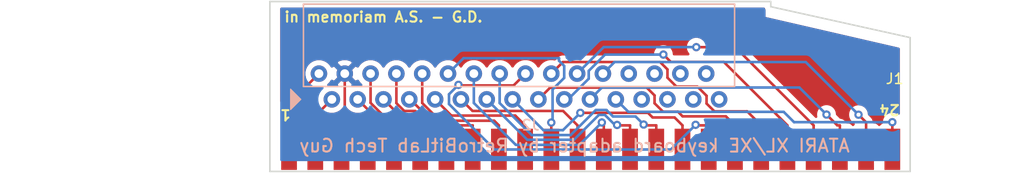
<source format=kicad_pcb>
(kicad_pcb (version 20171130) (host pcbnew 5.1.9+dfsg1-1~bpo10+1)

  (general
    (thickness 1.6)
    (drawings 15)
    (tracks 159)
    (zones 0)
    (modules 2)
    (nets 33)
  )

  (page A4)
  (title_block
    (title "ATARI XE Keyboard Adapter")
    (date 2020-10-11)
    (rev 1.0)
    (company "RetroBitLab Tech Guy")
    (comment 1 "Keep PCB as small as possible")
  )

  (layers
    (0 F.Cu signal)
    (31 B.Cu signal)
    (32 B.Adhes user)
    (33 F.Adhes user)
    (34 B.Paste user)
    (35 F.Paste user)
    (36 B.SilkS user)
    (37 F.SilkS user)
    (38 B.Mask user)
    (39 F.Mask user)
    (40 Dwgs.User user)
    (41 Cmts.User user)
    (42 Eco1.User user)
    (43 Eco2.User user)
    (44 Edge.Cuts user)
    (45 Margin user)
    (46 B.CrtYd user)
    (47 F.CrtYd user)
    (48 B.Fab user)
    (49 F.Fab user)
  )

  (setup
    (last_trace_width 0.25)
    (trace_clearance 0.2)
    (zone_clearance 0.508)
    (zone_45_only no)
    (trace_min 0.2)
    (via_size 0.8)
    (via_drill 0.4)
    (via_min_size 0.4)
    (via_min_drill 0.3)
    (uvia_size 0.3)
    (uvia_drill 0.1)
    (uvias_allowed no)
    (uvia_min_size 0.2)
    (uvia_min_drill 0.1)
    (edge_width 0.15)
    (segment_width 0.2)
    (pcb_text_width 0.3)
    (pcb_text_size 1.5 1.5)
    (mod_edge_width 0.15)
    (mod_text_size 1 1)
    (mod_text_width 0.15)
    (pad_size 1.524 1.524)
    (pad_drill 0.762)
    (pad_to_mask_clearance 0)
    (aux_axis_origin 0 0)
    (visible_elements FFFFFF7F)
    (pcbplotparams
      (layerselection 0x010fc_ffffffff)
      (usegerberextensions true)
      (usegerberattributes false)
      (usegerberadvancedattributes false)
      (creategerberjobfile false)
      (excludeedgelayer true)
      (linewidth 0.100000)
      (plotframeref false)
      (viasonmask true)
      (mode 1)
      (useauxorigin false)
      (hpglpennumber 1)
      (hpglpenspeed 20)
      (hpglpendiameter 15.000000)
      (psnegative false)
      (psa4output false)
      (plotreference true)
      (plotvalue true)
      (plotinvisibletext false)
      (padsonsilk false)
      (subtractmaskfromsilk false)
      (outputformat 1)
      (mirror false)
      (drillshape 0)
      (scaleselection 1)
      (outputdirectory "production/"))
  )

  (net 0 "")
  (net 1 VCC)
  (net 2 J_LED)
  (net 3 GND)
  (net 4 IN_6)
  (net 5 OUT_3)
  (net 6 OUT_5)
  (net 7 OUT_7)
  (net 8 IN_2)
  (net 9 IN_7)
  (net 10 IN_5)
  (net 11 IN_1)
  (net 12 OUT_6)
  (net 13 OUT_1)
  (net 14 OUT_4)
  (net 15 OUT_2)
  (net 16 IN_3)
  (net 17 IN_0)
  (net 18 OUT_0)
  (net 19 IN_4)
  (net 20 RSC)
  (net 21 START)
  (net 22 SELECT)
  (net 23 OPTION)
  (net 24 RESET)
  (net 25 "Net-(J2-Pad25)")
  (net 26 "Net-(J2-Pad26)")
  (net 27 "Net-(J2-Pad27)")
  (net 28 "Net-(J2-Pad28)")
  (net 29 "Net-(J2-Pad29)")
  (net 30 "Net-(J2-Pad30)")
  (net 31 "Net-(J2-Pad31)")
  (net 32 "Net-(J2-Pad32)")

  (net_class Default "This is the default net class."
    (clearance 0.2)
    (trace_width 0.25)
    (via_dia 0.8)
    (via_drill 0.4)
    (uvia_dia 0.3)
    (uvia_drill 0.1)
    (add_net GND)
    (add_net IN_0)
    (add_net IN_1)
    (add_net IN_2)
    (add_net IN_3)
    (add_net IN_4)
    (add_net IN_5)
    (add_net IN_6)
    (add_net IN_7)
    (add_net J_LED)
    (add_net "Net-(J2-Pad25)")
    (add_net "Net-(J2-Pad26)")
    (add_net "Net-(J2-Pad27)")
    (add_net "Net-(J2-Pad28)")
    (add_net "Net-(J2-Pad29)")
    (add_net "Net-(J2-Pad30)")
    (add_net "Net-(J2-Pad31)")
    (add_net "Net-(J2-Pad32)")
    (add_net OPTION)
    (add_net OUT_0)
    (add_net OUT_1)
    (add_net OUT_2)
    (add_net OUT_3)
    (add_net OUT_4)
    (add_net OUT_5)
    (add_net OUT_6)
    (add_net OUT_7)
    (add_net RESET)
    (add_net RSC)
    (add_net SELECT)
    (add_net START)
    (add_net VCC)
  )

  (module RetroBitLab:ATARI_XE_KEYBOARD_CONN_01x24_2.54mm (layer F.Cu) (tedit 5FB8E01A) (tstamp 5F9ADF84)
    (at 142.795 108.58)
    (descr "PCIexpress Bus Edge Connector")
    (tags "PCIexpress Bus Edge Connector")
    (path /5F832F4F)
    (attr virtual)
    (fp_text reference J1 (at 30.705 -5.58) (layer F.SilkS)
      (effects (font (size 1 1) (thickness 0.15)))
    )
    (fp_text value Conn_01x24 (at 0 -7.62) (layer F.Fab)
      (effects (font (size 1 1) (thickness 0.15)))
    )
    (fp_line (start -30.48 3.81) (end -30.48 -1.27) (layer F.CrtYd) (width 0.15))
    (fp_line (start 33.02 3.81) (end -30.48 3.81) (layer F.CrtYd) (width 0.15))
    (fp_line (start 33.02 -1.27) (end -30.48 -1.27) (layer F.CrtYd) (width 0.15))
    (fp_line (start 33.02 -1.27) (end 33.02 3.81) (layer F.CrtYd) (width 0.15))
    (pad 24 connect rect (at 30.48 1.27) (size 1.524 4) (layers F.Cu F.Mask)
      (net 24 RESET))
    (pad 23 connect rect (at 27.94 1.27) (size 1.524 4) (layers F.Cu F.Mask)
      (net 23 OPTION))
    (pad 22 connect rect (at 25.4 1.27) (size 1.524 4) (layers F.Cu F.Mask)
      (net 22 SELECT))
    (pad 21 connect rect (at 22.86 1.27) (size 1.524 4) (layers F.Cu F.Mask)
      (net 21 START))
    (pad 20 connect rect (at 20.32 1.27) (size 1.524 4) (layers F.Cu F.Mask)
      (net 20 RSC))
    (pad 19 connect rect (at 17.78 1.27) (size 1.524 4) (layers F.Cu F.Mask)
      (net 19 IN_4))
    (pad 18 connect rect (at 15.24 1.27) (size 1.524 4) (layers F.Cu F.Mask)
      (net 18 OUT_0))
    (pad 17 connect rect (at 12.7 1.27) (size 1.524 4) (layers F.Cu F.Mask)
      (net 17 IN_0))
    (pad 16 connect rect (at 10.16 1.27) (size 1.524 4) (layers F.Cu F.Mask)
      (net 16 IN_3))
    (pad 15 connect rect (at 7.62 1.27) (size 1.524 4) (layers F.Cu F.Mask)
      (net 15 OUT_2))
    (pad 14 connect rect (at 5.08 1.27) (size 1.524 4) (layers F.Cu F.Mask)
      (net 14 OUT_4))
    (pad 13 connect rect (at 2.54 1.27) (size 1.524 4) (layers F.Cu F.Mask)
      (net 13 OUT_1))
    (pad 12 connect rect (at 0 1.27) (size 1.524 4) (layers F.Cu F.Mask)
      (net 12 OUT_6))
    (pad 11 connect rect (at -2.54 1.27) (size 1.524 4) (layers F.Cu F.Mask)
      (net 11 IN_1))
    (pad 10 connect rect (at -5.08 1.27) (size 1.524 4) (layers F.Cu F.Mask)
      (net 10 IN_5))
    (pad 9 connect rect (at -7.62 1.27) (size 1.524 4) (layers F.Cu F.Mask)
      (net 9 IN_7))
    (pad 8 connect rect (at -10.16 1.27) (size 1.524 4) (layers F.Cu F.Mask)
      (net 8 IN_2))
    (pad 7 connect rect (at -12.7 1.27) (size 1.524 4) (layers F.Cu F.Mask)
      (net 7 OUT_7))
    (pad 6 connect rect (at -15.24 1.27) (size 1.524 4) (layers F.Cu F.Mask)
      (net 6 OUT_5))
    (pad 5 connect rect (at -17.78 1.27) (size 1.524 4) (layers F.Cu F.Mask)
      (net 5 OUT_3))
    (pad 4 connect rect (at -20.32 1.27) (size 1.524 4) (layers F.Cu F.Mask)
      (net 4 IN_6))
    (pad 3 connect rect (at -22.86 1.27) (size 1.524 4) (layers F.Cu F.Mask)
      (net 3 GND))
    (pad 2 connect rect (at -25.4 1.27) (size 1.524 4) (layers F.Cu F.Mask)
      (net 2 J_LED))
    (pad 1 connect rect (at -27.94 1.27) (size 1.524 4) (layers F.Cu F.Mask)
      (net 1 VCC))
  )

  (module RetroBitLab:FFC-1.25mm-RA-5204403245 (layer B.Cu) (tedit 601F0CEA) (tstamp 601F8A59)
    (at 137.75 103.75)
    (path /601FF20D)
    (fp_text reference J2 (at 0.5 3.75) (layer B.SilkS)
      (effects (font (size 1 1) (thickness 0.15)) (justify mirror))
    )
    (fp_text value Conn_01x32 (at 0 -5.25) (layer B.Fab)
      (effects (font (size 1 1) (thickness 0.15)) (justify mirror))
    )
    (fp_line (start -21.5 0) (end -21.5 -8) (layer B.SilkS) (width 0.15))
    (fp_line (start -21.5 -8) (end 20.25 -8) (layer B.SilkS) (width 0.15))
    (fp_line (start 20.25 -8) (end 20.25 0) (layer B.SilkS) (width 0.15))
    (fp_line (start 20.25 0) (end -21.5 0) (layer B.SilkS) (width 0.15))
    (pad 1 thru_hole circle (at -20 -1.25) (size 1.6 1.6) (drill 0.85) (layers *.Cu *.Mask)
      (net 1 VCC))
    (pad 2 thru_hole circle (at -18.75 1.25) (size 1.6 1.6) (drill 0.85) (layers *.Cu *.Mask)
      (net 2 J_LED))
    (pad 3 thru_hole circle (at -17.5 -1.25) (size 1.6 1.6) (drill 0.85) (layers *.Cu *.Mask)
      (net 3 GND))
    (pad 4 thru_hole circle (at -16.25 1.25) (size 1.6 1.6) (drill 0.85) (layers *.Cu *.Mask)
      (net 4 IN_6))
    (pad 5 thru_hole circle (at -15 -1.25) (size 1.6 1.6) (drill 0.85) (layers *.Cu *.Mask)
      (net 5 OUT_3))
    (pad 6 thru_hole circle (at -13.75 1.25) (size 1.6 1.6) (drill 0.85) (layers *.Cu *.Mask)
      (net 6 OUT_5))
    (pad 7 thru_hole circle (at -12.5 -1.25) (size 1.6 1.6) (drill 0.85) (layers *.Cu *.Mask)
      (net 7 OUT_7))
    (pad 8 thru_hole circle (at -11.25 1.25) (size 1.6 1.6) (drill 0.85) (layers *.Cu *.Mask)
      (net 8 IN_2))
    (pad 9 thru_hole circle (at -10 -1.25) (size 1.6 1.6) (drill 0.85) (layers *.Cu *.Mask)
      (net 9 IN_7))
    (pad 10 thru_hole circle (at -8.75 1.25) (size 1.6 1.6) (drill 0.85) (layers *.Cu *.Mask)
      (net 10 IN_5))
    (pad 11 thru_hole circle (at -7.5 -1.25) (size 1.6 1.6) (drill 0.85) (layers *.Cu *.Mask)
      (net 11 IN_1))
    (pad 12 thru_hole circle (at -6.25 1.25) (size 1.6 1.6) (drill 0.85) (layers *.Cu *.Mask)
      (net 12 OUT_6))
    (pad 13 thru_hole circle (at -5 -1.25) (size 1.6 1.6) (drill 0.85) (layers *.Cu *.Mask)
      (net 13 OUT_1))
    (pad 14 thru_hole circle (at -3.75 1.25) (size 1.6 1.6) (drill 0.85) (layers *.Cu *.Mask)
      (net 14 OUT_4))
    (pad 15 thru_hole circle (at -2.5 -1.25) (size 1.6 1.6) (drill 0.85) (layers *.Cu *.Mask)
      (net 15 OUT_2))
    (pad 16 thru_hole circle (at -1.25 1.25) (size 1.6 1.6) (drill 0.85) (layers *.Cu *.Mask)
      (net 16 IN_3))
    (pad 17 thru_hole circle (at 0 -1.25) (size 1.6 1.6) (drill 0.85) (layers *.Cu *.Mask)
      (net 17 IN_0))
    (pad 18 thru_hole circle (at 1.25 1.25) (size 1.6 1.6) (drill 0.85) (layers *.Cu *.Mask)
      (net 18 OUT_0))
    (pad 19 thru_hole circle (at 2.5 -1.25) (size 1.6 1.6) (drill 0.85) (layers *.Cu *.Mask)
      (net 19 IN_4))
    (pad 20 thru_hole circle (at 3.75 1.25) (size 1.6 1.6) (drill 0.85) (layers *.Cu *.Mask)
      (net 20 RSC))
    (pad 21 thru_hole circle (at 5 -1.25) (size 1.6 1.6) (drill 0.85) (layers *.Cu *.Mask)
      (net 21 START))
    (pad 22 thru_hole circle (at 6.25 1.25) (size 1.6 1.6) (drill 0.85) (layers *.Cu *.Mask)
      (net 22 SELECT))
    (pad 23 thru_hole circle (at 7.5 -1.25) (size 1.6 1.6) (drill 0.85) (layers *.Cu *.Mask)
      (net 23 OPTION))
    (pad 24 thru_hole circle (at 8.75 1.25) (size 1.6 1.6) (drill 0.85) (layers *.Cu *.Mask)
      (net 24 RESET))
    (pad 25 thru_hole circle (at 10 -1.25) (size 1.6 1.6) (drill 0.85) (layers *.Cu *.Mask)
      (net 25 "Net-(J2-Pad25)"))
    (pad 26 thru_hole circle (at 11.25 1.25) (size 1.6 1.6) (drill 0.85) (layers *.Cu *.Mask)
      (net 26 "Net-(J2-Pad26)"))
    (pad 27 thru_hole circle (at 12.5 -1.25) (size 1.6 1.6) (drill 0.85) (layers *.Cu *.Mask)
      (net 27 "Net-(J2-Pad27)"))
    (pad 28 thru_hole circle (at 13.75 1.25) (size 1.6 1.6) (drill 0.85) (layers *.Cu *.Mask)
      (net 28 "Net-(J2-Pad28)"))
    (pad 29 thru_hole circle (at 15 -1.25) (size 1.6 1.6) (drill 0.85) (layers *.Cu *.Mask)
      (net 29 "Net-(J2-Pad29)"))
    (pad 30 thru_hole circle (at 16.25 1.25) (size 1.6 1.6) (drill 0.85) (layers *.Cu *.Mask)
      (net 30 "Net-(J2-Pad30)"))
    (pad 31 thru_hole circle (at 17.5 -1.25) (size 1.6 1.6) (drill 0.85) (layers *.Cu *.Mask)
      (net 31 "Net-(J2-Pad31)"))
    (pad 32 thru_hole circle (at 18.75 1.25) (size 1.6 1.6) (drill 0.85) (layers *.Cu *.Mask)
      (net 32 "Net-(J2-Pad32)"))
    (model /home/debian/Progetti/RetroBitLab-Library/RetroBitLab.3dshapes/520443245.stp
      (offset (xyz -0.5 -3.6 0))
      (scale (xyz 1 1 1))
      (rotate (xyz -90 0 0))
    )
  )

  (gr_poly (pts (xy 116 105) (xy 115 106) (xy 115 104)) (layer B.SilkS) (width 0.1))
  (gr_text 1 (at 114.5 106.5 180) (layer F.SilkS) (tstamp 5FB95D15)
    (effects (font (size 1 1) (thickness 0.2)))
  )
  (gr_text 24 (at 173 106 180) (layer F.SilkS)
    (effects (font (size 1 1) (thickness 0.2)))
  )
  (dimension 8 (width 0.3) (layer Margin)
    (gr_text "8.000 mm" (at 92.4 108 90) (layer Margin)
      (effects (font (size 1.5 1.5) (thickness 0.3)))
    )
    (feature1 (pts (xy 113 104) (xy 93.913579 104)))
    (feature2 (pts (xy 113 112) (xy 93.913579 112)))
    (crossbar (pts (xy 94.5 112) (xy 94.5 104)))
    (arrow1a (pts (xy 94.5 104) (xy 95.086421 105.126504)))
    (arrow1b (pts (xy 94.5 104) (xy 93.913579 105.126504)))
    (arrow2a (pts (xy 94.5 112) (xy 95.086421 110.873496)))
    (arrow2b (pts (xy 94.5 112) (xy 93.913579 110.873496)))
  )
  (dimension 4 (width 0.3) (layer Margin)
    (gr_text "4.000 mm" (at 104.4 110 90) (layer Margin)
      (effects (font (size 1.5 1.5) (thickness 0.3)))
    )
    (feature1 (pts (xy 113.5 108) (xy 105.913579 108)))
    (feature2 (pts (xy 113.5 112) (xy 105.913579 112)))
    (crossbar (pts (xy 106.5 112) (xy 106.5 108)))
    (arrow1a (pts (xy 106.5 108) (xy 107.086421 109.126504)))
    (arrow1b (pts (xy 106.5 108) (xy 105.913579 109.126504)))
    (arrow2a (pts (xy 106.5 112) (xy 107.086421 110.873496)))
    (arrow2b (pts (xy 106.5 112) (xy 105.913579 110.873496)))
  )
  (gr_line (start 113 95.5) (end 113 112) (layer Edge.Cuts) (width 0.15))
  (gr_line (start 161.5 95.5) (end 113 95.5) (layer Edge.Cuts) (width 0.15))
  (gr_line (start 161.5 96) (end 161.5 95.5) (layer Edge.Cuts) (width 0.15))
  (gr_line (start 175 99) (end 161.5 96) (layer Edge.Cuts) (width 0.15))
  (gr_line (start 175 112) (end 175 99) (layer Edge.Cuts) (width 0.15))
  (gr_line (start 113 112) (end 175 112) (layer Edge.Cuts) (width 0.15))
  (dimension 16.5 (width 0.3) (layer Margin)
    (gr_text "16.500 mm" (at 99.9 103.75 90) (layer Margin)
      (effects (font (size 1.5 1.5) (thickness 0.3)))
    )
    (feature1 (pts (xy 113.5 95.5) (xy 101.413579 95.5)))
    (feature2 (pts (xy 113.5 112) (xy 101.413579 112)))
    (crossbar (pts (xy 102 112) (xy 102 95.5)))
    (arrow1a (pts (xy 102 95.5) (xy 102.586421 96.626504)))
    (arrow1b (pts (xy 102 95.5) (xy 101.413579 96.626504)))
    (arrow2a (pts (xy 102 112) (xy 102.586421 110.873496)))
    (arrow2b (pts (xy 102 112) (xy 101.413579 110.873496)))
  )
  (dimension 13 (width 0.3) (layer Margin)
    (gr_text "13.000 mm" (at 184.1 105.5 90) (layer Margin)
      (effects (font (size 1.5 1.5) (thickness 0.3)))
    )
    (feature1 (pts (xy 176 99) (xy 182.586421 99)))
    (feature2 (pts (xy 176 112) (xy 182.586421 112)))
    (crossbar (pts (xy 182 112) (xy 182 99)))
    (arrow1a (pts (xy 182 99) (xy 182.586421 100.126504)))
    (arrow1b (pts (xy 182 99) (xy 181.413579 100.126504)))
    (arrow2a (pts (xy 182 112) (xy 182.586421 110.873496)))
    (arrow2b (pts (xy 182 112) (xy 181.413579 110.873496)))
  )
  (gr_text "in memoriam A.S. - G.D." (at 124 97) (layer F.SilkS) (tstamp 5FB90ABE)
    (effects (font (size 1 1) (thickness 0.2)))
  )
  (gr_text "ATARI XL/XE keyboard adapter by RetroBitLab Tech Guy" (at 142.5 109.5) (layer B.SilkS)
    (effects (font (size 1.25 1.25) (thickness 0.2)) (justify mirror))
  )

  (segment (start 117.75 102.5) (end 114.855 105.395) (width 0.25) (layer F.Cu) (net 1))
  (segment (start 114.855 105.395) (end 114.855 109.85) (width 0.25) (layer F.Cu) (net 1))
  (segment (start 119 105) (end 117.395 106.605) (width 0.25) (layer F.Cu) (net 2))
  (segment (start 117.395 106.605) (end 117.395 109.85) (width 0.25) (layer F.Cu) (net 2))
  (segment (start 119.935 109.85) (end 119.935 107.5247) (width 0.25) (layer F.Cu) (net 3))
  (segment (start 120.25 102.5) (end 120.25 107.2097) (width 0.25) (layer F.Cu) (net 3))
  (segment (start 120.25 107.2097) (end 119.935 107.5247) (width 0.25) (layer F.Cu) (net 3))
  (segment (start 121.5 105) (end 122.475 105.975) (width 0.25) (layer F.Cu) (net 4))
  (segment (start 122.475 105.975) (end 122.475 109.85) (width 0.25) (layer F.Cu) (net 4))
  (segment (start 125.015 109.85) (end 125.015 107.5247) (width 0.25) (layer F.Cu) (net 5))
  (segment (start 122.75 102.5) (end 122.75 105.3415) (width 0.25) (layer F.Cu) (net 5))
  (segment (start 122.75 105.3415) (end 124.9332 107.5247) (width 0.25) (layer F.Cu) (net 5))
  (segment (start 124.9332 107.5247) (end 125.015 107.5247) (width 0.25) (layer F.Cu) (net 5))
  (segment (start 127.555 109.85) (end 127.555 107.5247) (width 0.25) (layer F.Cu) (net 6))
  (segment (start 124 105) (end 126.5247 107.5247) (width 0.25) (layer F.Cu) (net 6))
  (segment (start 126.5247 107.5247) (end 127.555 107.5247) (width 0.25) (layer F.Cu) (net 6))
  (segment (start 125.25 102.5) (end 125.25 105.3657) (width 0.25) (layer F.Cu) (net 7))
  (segment (start 125.25 105.3657) (end 126.0097 106.1254) (width 0.25) (layer F.Cu) (net 7))
  (segment (start 126.0097 106.1254) (end 127.0818 106.1254) (width 0.25) (layer F.Cu) (net 7))
  (segment (start 127.0818 106.1254) (end 130.095 109.1386) (width 0.25) (layer F.Cu) (net 7))
  (segment (start 130.095 109.1386) (end 130.095 109.85) (width 0.25) (layer F.Cu) (net 7))
  (segment (start 132.635 109.85) (end 132.635 107.5247) (width 0.25) (layer F.Cu) (net 8))
  (segment (start 126.5 105) (end 126.5934 105) (width 0.25) (layer F.Cu) (net 8))
  (segment (start 126.5934 105) (end 129.1181 107.5247) (width 0.25) (layer F.Cu) (net 8))
  (segment (start 129.1181 107.5247) (end 132.635 107.5247) (width 0.25) (layer F.Cu) (net 8))
  (segment (start 135.175 107.5247) (end 134.7247 107.0744) (width 0.25) (layer F.Cu) (net 9))
  (segment (start 134.7247 107.0744) (end 129.4709 107.0744) (width 0.25) (layer F.Cu) (net 9))
  (segment (start 129.4709 107.0744) (end 127.75 105.3535) (width 0.25) (layer F.Cu) (net 9))
  (segment (start 127.75 105.3535) (end 127.75 102.5) (width 0.25) (layer F.Cu) (net 9))
  (segment (start 135.175 109.85) (end 135.175 107.5247) (width 0.25) (layer F.Cu) (net 9))
  (segment (start 137.715 109.85) (end 137.715 107.5247) (width 0.25) (layer F.Cu) (net 10))
  (segment (start 129 105) (end 130.5757 106.5757) (width 0.25) (layer F.Cu) (net 10))
  (segment (start 130.5757 106.5757) (end 136.766 106.5757) (width 0.25) (layer F.Cu) (net 10))
  (segment (start 136.766 106.5757) (end 137.715 107.5247) (width 0.25) (layer F.Cu) (net 10))
  (segment (start 140.25 107.25) (end 140.25 109.845) (width 0.25) (layer F.Cu) (net 11))
  (segment (start 140.25 109.845) (end 140.255 109.85) (width 0.25) (layer F.Cu) (net 11))
  (segment (start 130.25 102.5) (end 131.75 101) (width 0.25) (layer B.Cu) (net 11))
  (segment (start 131.75 101) (end 141 101) (width 0.25) (layer B.Cu) (net 11))
  (segment (start 141 101) (end 141 101.25) (width 0.25) (layer B.Cu) (net 11))
  (segment (start 141 101.25) (end 141.5 101.75) (width 0.25) (layer B.Cu) (net 11))
  (segment (start 141.5 101.75) (end 141.5 102.915) (width 0.25) (layer B.Cu) (net 11))
  (segment (start 141.5 102.915) (end 140.375 104.04) (width 0.25) (layer B.Cu) (net 11))
  (segment (start 140.375 104.04) (end 140.375 107.125) (width 0.25) (layer B.Cu) (net 11))
  (segment (start 140.375 107.125) (end 140.25 107.25) (width 0.25) (layer B.Cu) (net 11))
  (via (at 140.25 107.25) (size 0.8) (layers F.Cu B.Cu) (net 11))
  (segment (start 142.795 109.85) (end 142.795 107.5247) (width 0.25) (layer F.Cu) (net 12))
  (segment (start 131.5 105) (end 132.6253 106.1253) (width 0.25) (layer F.Cu) (net 12))
  (segment (start 132.6253 106.1253) (end 141.3956 106.1253) (width 0.25) (layer F.Cu) (net 12))
  (segment (start 141.3956 106.1253) (end 142.795 107.5247) (width 0.25) (layer F.Cu) (net 12))
  (segment (start 132.75 102.5) (end 132.75 105.354) (width 0.25) (layer B.Cu) (net 13))
  (segment (start 132.75 105.354) (end 136.8129 109.4169) (width 0.25) (layer B.Cu) (net 13))
  (segment (start 136.8129 109.4169) (end 142.9741 109.4169) (width 0.25) (layer B.Cu) (net 13))
  (segment (start 142.9741 109.4169) (end 145.1457 107.2453) (width 0.25) (layer B.Cu) (net 13))
  (segment (start 145.335 109.85) (end 145.335 107.4346) (width 0.25) (layer F.Cu) (net 13))
  (segment (start 145.335 107.4346) (end 145.1457 107.2453) (width 0.25) (layer F.Cu) (net 13))
  (via (at 145.1457 107.2453) (size 0.8) (layers F.Cu B.Cu) (net 13))
  (segment (start 134 105) (end 137.9218 108.9218) (width 0.25) (layer B.Cu) (net 14))
  (segment (start 137.9218 108.9218) (end 142.4433 108.9218) (width 0.25) (layer B.Cu) (net 14))
  (segment (start 142.4433 108.9218) (end 144.8568 106.5083) (width 0.25) (layer B.Cu) (net 14))
  (segment (start 144.8568 106.5083) (end 145.4347 106.5083) (width 0.25) (layer B.Cu) (net 14))
  (segment (start 145.4347 106.5083) (end 146.4101 107.4837) (width 0.25) (layer B.Cu) (net 14))
  (segment (start 146.4101 107.4837) (end 146.6223 107.4837) (width 0.25) (layer B.Cu) (net 14))
  (segment (start 146.6223 107.4837) (end 146.6223 107.4838) (width 0.25) (layer B.Cu) (net 14))
  (segment (start 147.875 107.5247) (end 146.6632 107.5247) (width 0.25) (layer F.Cu) (net 14))
  (segment (start 146.6632 107.5247) (end 146.6223 107.4838) (width 0.25) (layer F.Cu) (net 14))
  (segment (start 147.875 109.85) (end 147.875 107.5247) (width 0.25) (layer F.Cu) (net 14))
  (via (at 146.6223 107.4838) (size 0.8) (layers F.Cu B.Cu) (net 14))
  (segment (start 149.1943 107.4431) (end 149.2759 107.5247) (width 0.25) (layer F.Cu) (net 15))
  (segment (start 149.2759 107.5247) (end 150.415 107.5247) (width 0.25) (layer F.Cu) (net 15))
  (segment (start 135.25 102.5) (end 135.25 105.361) (width 0.25) (layer B.Cu) (net 15))
  (segment (start 135.25 105.361) (end 138.3557 108.4667) (width 0.25) (layer B.Cu) (net 15))
  (segment (start 138.3557 108.4667) (end 142.1249 108.4667) (width 0.25) (layer B.Cu) (net 15))
  (segment (start 142.1249 108.4667) (end 144.5639 106.0277) (width 0.25) (layer B.Cu) (net 15))
  (segment (start 144.5639 106.0277) (end 145.591 106.0277) (width 0.25) (layer B.Cu) (net 15))
  (segment (start 145.591 106.0277) (end 146.2254 106.6621) (width 0.25) (layer B.Cu) (net 15))
  (segment (start 146.2254 106.6621) (end 148.4133 106.6621) (width 0.25) (layer B.Cu) (net 15))
  (segment (start 148.4133 106.6621) (end 149.1943 107.4431) (width 0.25) (layer B.Cu) (net 15))
  (segment (start 150.415 109.85) (end 150.415 107.5247) (width 0.25) (layer F.Cu) (net 15))
  (via (at 149.1943 107.4431) (size 0.8) (layers F.Cu B.Cu) (net 15))
  (segment (start 143.0623 106.3093) (end 141.3846 107.987) (width 0.25) (layer B.Cu) (net 16))
  (segment (start 141.3846 107.987) (end 139.487 107.987) (width 0.25) (layer B.Cu) (net 16))
  (segment (start 139.487 107.987) (end 136.5 105) (width 0.25) (layer B.Cu) (net 16))
  (segment (start 143.0623 106.3093) (end 149.6132 106.3093) (width 0.25) (layer F.Cu) (net 16))
  (segment (start 149.6132 106.3093) (end 150.0635 106.7596) (width 0.25) (layer F.Cu) (net 16))
  (segment (start 150.0635 106.7596) (end 152.1899 106.7596) (width 0.25) (layer F.Cu) (net 16))
  (segment (start 152.1899 106.7596) (end 152.955 107.5247) (width 0.25) (layer F.Cu) (net 16))
  (segment (start 152.955 109.85) (end 152.955 107.5247) (width 0.25) (layer F.Cu) (net 16))
  (via (at 143.0623 106.3093) (size 0.8) (layers F.Cu B.Cu) (net 16))
  (segment (start 131.261 103.5893) (end 130.3453 104.505) (width 0.25) (layer B.Cu) (net 17))
  (segment (start 130.3453 104.505) (end 130.3453 105.4582) (width 0.25) (layer B.Cu) (net 17))
  (segment (start 130.3453 105.4582) (end 134.7565 109.8694) (width 0.25) (layer B.Cu) (net 17))
  (segment (start 134.7565 109.8694) (end 151.8268 109.8694) (width 0.25) (layer B.Cu) (net 17))
  (segment (start 151.8268 109.8694) (end 154.2254 107.4708) (width 0.25) (layer B.Cu) (net 17))
  (segment (start 137.75 102.5) (end 136.6017 103.6483) (width 0.25) (layer F.Cu) (net 17))
  (segment (start 136.6017 103.6483) (end 131.32 103.6483) (width 0.25) (layer F.Cu) (net 17))
  (segment (start 131.32 103.6483) (end 131.261 103.5893) (width 0.25) (layer F.Cu) (net 17))
  (segment (start 154.2254 107.4708) (end 154.2793 107.5247) (width 0.25) (layer F.Cu) (net 17))
  (segment (start 154.2793 107.5247) (end 155.495 107.5247) (width 0.25) (layer F.Cu) (net 17))
  (segment (start 155.495 109.85) (end 155.495 107.5247) (width 0.25) (layer F.Cu) (net 17))
  (via (at 154.2254 107.4708) (size 0.8) (layers F.Cu B.Cu) (net 17))
  (via (at 131.261 103.5893) (size 0.8) (layers F.Cu B.Cu) (net 17))
  (segment (start 139 105) (end 140.1421 103.8579) (width 0.25) (layer F.Cu) (net 18))
  (segment (start 140.1421 103.8579) (end 149.4944 103.8579) (width 0.25) (layer F.Cu) (net 18))
  (segment (start 149.4944 103.8579) (end 150.2501 104.6136) (width 0.25) (layer F.Cu) (net 18))
  (segment (start 150.2501 104.6136) (end 150.2501 105.3785) (width 0.25) (layer F.Cu) (net 18))
  (segment (start 150.2501 105.3785) (end 151.069 106.1974) (width 0.25) (layer F.Cu) (net 18))
  (segment (start 151.069 106.1974) (end 152.5135 106.1974) (width 0.25) (layer F.Cu) (net 18))
  (segment (start 152.5135 106.1974) (end 152.9638 106.6477) (width 0.25) (layer F.Cu) (net 18))
  (segment (start 152.9638 106.6477) (end 157.158 106.6477) (width 0.25) (layer F.Cu) (net 18))
  (segment (start 157.158 106.6477) (end 158.035 107.5247) (width 0.25) (layer F.Cu) (net 18))
  (segment (start 158.035 109.85) (end 158.035 107.5247) (width 0.25) (layer F.Cu) (net 18))
  (segment (start 160.575 109.85) (end 160.575 107.5247) (width 0.25) (layer F.Cu) (net 19))
  (segment (start 140.25 102.5) (end 141.377 101.373) (width 0.25) (layer F.Cu) (net 19))
  (segment (start 141.377 101.373) (end 150.7831 101.373) (width 0.25) (layer F.Cu) (net 19))
  (segment (start 150.7831 101.373) (end 151.5 102.0899) (width 0.25) (layer F.Cu) (net 19))
  (segment (start 151.5 102.0899) (end 151.5 102.8961) (width 0.25) (layer F.Cu) (net 19))
  (segment (start 151.5 102.8961) (end 152.3539 103.75) (width 0.25) (layer F.Cu) (net 19))
  (segment (start 152.3539 103.75) (end 154.3865 103.75) (width 0.25) (layer F.Cu) (net 19))
  (segment (start 154.3865 103.75) (end 155.2859 104.6494) (width 0.25) (layer F.Cu) (net 19))
  (segment (start 155.2859 104.6494) (end 155.2859 105.4054) (width 0.25) (layer F.Cu) (net 19))
  (segment (start 155.2859 105.4054) (end 156.0417 106.1612) (width 0.25) (layer F.Cu) (net 19))
  (segment (start 156.0417 106.1612) (end 159.2115 106.1612) (width 0.25) (layer F.Cu) (net 19))
  (segment (start 159.2115 106.1612) (end 160.575 107.5247) (width 0.25) (layer F.Cu) (net 19))
  (segment (start 163.115 107.5247) (end 156.9565 101.3662) (width 0.25) (layer F.Cu) (net 20))
  (segment (start 156.9565 101.3662) (end 151.8219 101.3662) (width 0.25) (layer F.Cu) (net 20))
  (segment (start 151.8219 101.3662) (end 151.1044 100.6487) (width 0.25) (layer F.Cu) (net 20))
  (segment (start 141.5 105) (end 141.8696 105) (width 0.25) (layer B.Cu) (net 20))
  (segment (start 141.8696 105) (end 143.8754 102.9942) (width 0.25) (layer B.Cu) (net 20))
  (segment (start 143.8754 102.9942) (end 143.8754 102.2312) (width 0.25) (layer B.Cu) (net 20))
  (segment (start 143.8754 102.2312) (end 145.4579 100.6487) (width 0.25) (layer B.Cu) (net 20))
  (segment (start 145.4579 100.6487) (end 151.1044 100.6487) (width 0.25) (layer B.Cu) (net 20))
  (segment (start 163.115 109.85) (end 163.115 107.5247) (width 0.25) (layer F.Cu) (net 20))
  (via (at 151.1044 100.6487) (size 0.8) (layers F.Cu B.Cu) (net 20))
  (segment (start 154.2908 99.9297) (end 154.2845 99.9234) (width 0.25) (layer B.Cu) (net 21))
  (segment (start 154.2845 99.9234) (end 145.3266 99.9234) (width 0.25) (layer B.Cu) (net 21))
  (segment (start 145.3266 99.9234) (end 142.75 102.5) (width 0.25) (layer B.Cu) (net 21))
  (segment (start 165.655 109.85) (end 165.655 107.5247) (width 0.25) (layer F.Cu) (net 21))
  (segment (start 154.2908 99.9297) (end 158.06 99.9297) (width 0.25) (layer F.Cu) (net 21))
  (segment (start 158.06 99.9297) (end 165.655 107.5247) (width 0.25) (layer F.Cu) (net 21))
  (via (at 154.2908 99.9297) (size 0.8) (layers F.Cu B.Cu) (net 21))
  (segment (start 166.9006 106.4754) (end 167.9499 107.5247) (width 0.25) (layer F.Cu) (net 22))
  (segment (start 167.9499 107.5247) (end 168.195 107.5247) (width 0.25) (layer F.Cu) (net 22))
  (segment (start 144 105) (end 145.1508 103.8492) (width 0.25) (layer B.Cu) (net 22))
  (segment (start 145.1508 103.8492) (end 164.2744 103.8492) (width 0.25) (layer B.Cu) (net 22))
  (segment (start 164.2744 103.8492) (end 166.9006 106.4754) (width 0.25) (layer B.Cu) (net 22))
  (segment (start 168.195 109.85) (end 168.195 107.5247) (width 0.25) (layer F.Cu) (net 22))
  (via (at 166.9006 106.4754) (size 0.8) (layers F.Cu B.Cu) (net 22))
  (segment (start 170.0003 106.4883) (end 170.735 107.223) (width 0.25) (layer F.Cu) (net 23))
  (segment (start 170.735 107.223) (end 170.735 109.85) (width 0.25) (layer F.Cu) (net 23))
  (segment (start 145.25 102.5) (end 146.3754 101.3746) (width 0.25) (layer B.Cu) (net 23))
  (segment (start 146.3754 101.3746) (end 164.8866 101.3746) (width 0.25) (layer B.Cu) (net 23))
  (segment (start 164.8866 101.3746) (end 170.0003 106.4883) (width 0.25) (layer B.Cu) (net 23))
  (via (at 170.0003 106.4883) (size 0.8) (layers F.Cu B.Cu) (net 23))
  (segment (start 146.5 105) (end 147.7117 106.2117) (width 0.25) (layer B.Cu) (net 24))
  (segment (start 147.7117 106.2117) (end 162.7538 106.2117) (width 0.25) (layer B.Cu) (net 24))
  (segment (start 162.7538 106.2117) (end 163.7558 107.2137) (width 0.25) (layer B.Cu) (net 24))
  (segment (start 163.7558 107.2137) (end 173.275 107.2137) (width 0.25) (layer B.Cu) (net 24))
  (segment (start 173.275 107.2137) (end 173.275 109.85) (width 0.25) (layer F.Cu) (net 24))
  (via (at 173.275 107.2137) (size 0.8) (layers F.Cu B.Cu) (net 24))

  (zone (net 3) (net_name GND) (layer F.Cu) (tstamp 0) (hatch edge 0.508)
    (connect_pads (clearance 0.508))
    (min_thickness 0.254)
    (fill yes (arc_segments 32) (thermal_gap 0.508) (thermal_bridge_width 0.508))
    (polygon
      (pts
        (xy 161 97) (xy 174 100) (xy 174 111) (xy 114 111) (xy 114 96)
        (xy 161 96)
      )
    )
    (filled_polygon
      (pts
        (xy 120.385363 105.914759) (xy 120.585241 106.114637) (xy 120.820273 106.27168) (xy 121.081426 106.379853) (xy 121.358665 106.435)
        (xy 121.641335 106.435) (xy 121.715 106.420347) (xy 121.715 107.211928) (xy 121.713 107.211928) (xy 121.588518 107.224188)
        (xy 121.46882 107.260498) (xy 121.358506 107.319463) (xy 121.261815 107.398815) (xy 121.205 107.468044) (xy 121.148185 107.398815)
        (xy 121.051494 107.319463) (xy 120.94118 107.260498) (xy 120.821482 107.224188) (xy 120.697 107.211928) (xy 120.22075 107.215)
        (xy 120.062 107.37375) (xy 120.062 109.723) (xy 120.082 109.723) (xy 120.082 109.977) (xy 120.062 109.977)
        (xy 120.062 109.997) (xy 119.808 109.997) (xy 119.808 109.977) (xy 119.788 109.977) (xy 119.788 109.723)
        (xy 119.808 109.723) (xy 119.808 107.37375) (xy 119.64925 107.215) (xy 119.173 107.211928) (xy 119.048518 107.224188)
        (xy 118.92882 107.260498) (xy 118.818506 107.319463) (xy 118.721815 107.398815) (xy 118.665 107.468044) (xy 118.608185 107.398815)
        (xy 118.511494 107.319463) (xy 118.40118 107.260498) (xy 118.281482 107.224188) (xy 118.157 107.211928) (xy 118.155 107.211928)
        (xy 118.155 106.919801) (xy 118.676114 106.398688) (xy 118.858665 106.435) (xy 119.141335 106.435) (xy 119.418574 106.379853)
        (xy 119.679727 106.27168) (xy 119.914759 106.114637) (xy 120.114637 105.914759) (xy 120.25 105.712173)
      )
    )
    (filled_polygon
      (pts
        (xy 160.834943 96.258241) (xy 160.838552 96.265372) (xy 160.840872 96.273019) (xy 160.870109 96.327717) (xy 160.873 96.333429)
        (xy 160.873 97) (xy 160.87544 97.024776) (xy 160.882667 97.048601) (xy 160.894403 97.070557) (xy 160.910197 97.089803)
        (xy 160.929443 97.105597) (xy 160.951399 97.117333) (xy 160.971443 97.123748) (xy 173.873 100.10103) (xy 173.873 106.368487)
        (xy 173.765256 106.296495) (xy 173.576898 106.218474) (xy 173.376939 106.1787) (xy 173.173061 106.1787) (xy 172.973102 106.218474)
        (xy 172.784744 106.296495) (xy 172.615226 106.409763) (xy 172.471063 106.553926) (xy 172.357795 106.723444) (xy 172.279774 106.911802)
        (xy 172.24 107.111761) (xy 172.24 107.275903) (xy 172.158506 107.319463) (xy 172.061815 107.398815) (xy 172.005 107.468044)
        (xy 171.948185 107.398815) (xy 171.851494 107.319463) (xy 171.74118 107.260498) (xy 171.621482 107.224188) (xy 171.497591 107.211986)
        (xy 171.495 107.185675) (xy 171.495 107.185667) (xy 171.484003 107.074014) (xy 171.440546 106.930753) (xy 171.369974 106.798724)
        (xy 171.275001 106.682999) (xy 171.246004 106.659202) (xy 171.0353 106.448498) (xy 171.0353 106.386361) (xy 170.995526 106.186402)
        (xy 170.917505 105.998044) (xy 170.804237 105.828526) (xy 170.660074 105.684363) (xy 170.490556 105.571095) (xy 170.302198 105.493074)
        (xy 170.102239 105.4533) (xy 169.898361 105.4533) (xy 169.698402 105.493074) (xy 169.510044 105.571095) (xy 169.340526 105.684363)
        (xy 169.196363 105.828526) (xy 169.083095 105.998044) (xy 169.005074 106.186402) (xy 168.9653 106.386361) (xy 168.9653 106.590239)
        (xy 169.005074 106.790198) (xy 169.083095 106.978556) (xy 169.196363 107.148074) (xy 169.340526 107.292237) (xy 169.510044 107.405505)
        (xy 169.514731 107.407447) (xy 169.465 107.468044) (xy 169.408185 107.398815) (xy 169.311494 107.319463) (xy 169.20118 107.260498)
        (xy 169.081482 107.224188) (xy 168.957 107.211928) (xy 168.889575 107.211928) (xy 168.829974 107.100424) (xy 168.735001 106.984699)
        (xy 168.619276 106.889726) (xy 168.487247 106.819154) (xy 168.343986 106.775697) (xy 168.268238 106.768236) (xy 167.9356 106.435599)
        (xy 167.9356 106.373461) (xy 167.895826 106.173502) (xy 167.817805 105.985144) (xy 167.704537 105.815626) (xy 167.560374 105.671463)
        (xy 167.390856 105.558195) (xy 167.202498 105.480174) (xy 167.002539 105.4404) (xy 166.798661 105.4404) (xy 166.598702 105.480174)
        (xy 166.410344 105.558195) (xy 166.240826 105.671463) (xy 166.096663 105.815626) (xy 165.983395 105.985144) (xy 165.905374 106.173502)
        (xy 165.8656 106.373461) (xy 165.8656 106.577339) (xy 165.886248 106.681146) (xy 158.623804 99.418703) (xy 158.600001 99.389699)
        (xy 158.484276 99.294726) (xy 158.352247 99.224154) (xy 158.208986 99.180697) (xy 158.097333 99.1697) (xy 158.097322 99.1697)
        (xy 158.06 99.166024) (xy 158.022678 99.1697) (xy 154.994511 99.1697) (xy 154.950574 99.125763) (xy 154.781056 99.012495)
        (xy 154.592698 98.934474) (xy 154.392739 98.8947) (xy 154.188861 98.8947) (xy 153.988902 98.934474) (xy 153.800544 99.012495)
        (xy 153.631026 99.125763) (xy 153.486863 99.269926) (xy 153.373595 99.439444) (xy 153.295574 99.627802) (xy 153.2558 99.827761)
        (xy 153.2558 100.031639) (xy 153.295574 100.231598) (xy 153.373595 100.419956) (xy 153.486863 100.589474) (xy 153.503589 100.6062)
        (xy 152.1394 100.6062) (xy 152.1394 100.546761) (xy 152.099626 100.346802) (xy 152.021605 100.158444) (xy 151.908337 99.988926)
        (xy 151.764174 99.844763) (xy 151.594656 99.731495) (xy 151.406298 99.653474) (xy 151.206339 99.6137) (xy 151.002461 99.6137)
        (xy 150.802502 99.653474) (xy 150.614144 99.731495) (xy 150.444626 99.844763) (xy 150.300463 99.988926) (xy 150.187195 100.158444)
        (xy 150.109174 100.346802) (xy 150.0694 100.546761) (xy 150.0694 100.613) (xy 141.414325 100.613) (xy 141.377 100.609324)
        (xy 141.339675 100.613) (xy 141.339667 100.613) (xy 141.228014 100.623997) (xy 141.084753 100.667454) (xy 140.952724 100.738026)
        (xy 140.836999 100.832999) (xy 140.813201 100.861997) (xy 140.573886 101.101312) (xy 140.391335 101.065) (xy 140.108665 101.065)
        (xy 139.831426 101.120147) (xy 139.570273 101.22832) (xy 139.335241 101.385363) (xy 139.135363 101.585241) (xy 139 101.787827)
        (xy 138.864637 101.585241) (xy 138.664759 101.385363) (xy 138.429727 101.22832) (xy 138.168574 101.120147) (xy 137.891335 101.065)
        (xy 137.608665 101.065) (xy 137.331426 101.120147) (xy 137.070273 101.22832) (xy 136.835241 101.385363) (xy 136.635363 101.585241)
        (xy 136.5 101.787827) (xy 136.364637 101.585241) (xy 136.164759 101.385363) (xy 135.929727 101.22832) (xy 135.668574 101.120147)
        (xy 135.391335 101.065) (xy 135.108665 101.065) (xy 134.831426 101.120147) (xy 134.570273 101.22832) (xy 134.335241 101.385363)
        (xy 134.135363 101.585241) (xy 134 101.787827) (xy 133.864637 101.585241) (xy 133.664759 101.385363) (xy 133.429727 101.22832)
        (xy 133.168574 101.120147) (xy 132.891335 101.065) (xy 132.608665 101.065) (xy 132.331426 101.120147) (xy 132.070273 101.22832)
        (xy 131.835241 101.385363) (xy 131.635363 101.585241) (xy 131.5 101.787827) (xy 131.364637 101.585241) (xy 131.164759 101.385363)
        (xy 130.929727 101.22832) (xy 130.668574 101.120147) (xy 130.391335 101.065) (xy 130.108665 101.065) (xy 129.831426 101.120147)
        (xy 129.570273 101.22832) (xy 129.335241 101.385363) (xy 129.135363 101.585241) (xy 129 101.787827) (xy 128.864637 101.585241)
        (xy 128.664759 101.385363) (xy 128.429727 101.22832) (xy 128.168574 101.120147) (xy 127.891335 101.065) (xy 127.608665 101.065)
        (xy 127.331426 101.120147) (xy 127.070273 101.22832) (xy 126.835241 101.385363) (xy 126.635363 101.585241) (xy 126.5 101.787827)
        (xy 126.364637 101.585241) (xy 126.164759 101.385363) (xy 125.929727 101.22832) (xy 125.668574 101.120147) (xy 125.391335 101.065)
        (xy 125.108665 101.065) (xy 124.831426 101.120147) (xy 124.570273 101.22832) (xy 124.335241 101.385363) (xy 124.135363 101.585241)
        (xy 124 101.787827) (xy 123.864637 101.585241) (xy 123.664759 101.385363) (xy 123.429727 101.22832) (xy 123.168574 101.120147)
        (xy 122.891335 101.065) (xy 122.608665 101.065) (xy 122.331426 101.120147) (xy 122.070273 101.22832) (xy 121.835241 101.385363)
        (xy 121.635363 101.585241) (xy 121.501308 101.785869) (xy 121.486671 101.758486) (xy 121.242702 101.686903) (xy 120.429605 102.5)
        (xy 121.242702 103.313097) (xy 121.486671 103.241514) (xy 121.500324 103.212659) (xy 121.635363 103.414759) (xy 121.821427 103.600823)
        (xy 121.641335 103.565) (xy 121.358665 103.565) (xy 121.081426 103.620147) (xy 121.017994 103.646421) (xy 121.063097 103.492702)
        (xy 120.25 102.679605) (xy 119.436903 103.492702) (xy 119.482006 103.646421) (xy 119.418574 103.620147) (xy 119.141335 103.565)
        (xy 118.858665 103.565) (xy 118.678573 103.600823) (xy 118.864637 103.414759) (xy 118.998692 103.214131) (xy 119.013329 103.241514)
        (xy 119.257298 103.313097) (xy 120.070395 102.5) (xy 119.257298 101.686903) (xy 119.013329 101.758486) (xy 118.999676 101.787341)
        (xy 118.864637 101.585241) (xy 118.786694 101.507298) (xy 119.436903 101.507298) (xy 120.25 102.320395) (xy 121.063097 101.507298)
        (xy 120.991514 101.263329) (xy 120.736004 101.142429) (xy 120.461816 101.0737) (xy 120.179488 101.059783) (xy 119.89987 101.101213)
        (xy 119.633708 101.196397) (xy 119.508486 101.263329) (xy 119.436903 101.507298) (xy 118.786694 101.507298) (xy 118.664759 101.385363)
        (xy 118.429727 101.22832) (xy 118.168574 101.120147) (xy 117.891335 101.065) (xy 117.608665 101.065) (xy 117.331426 101.120147)
        (xy 117.070273 101.22832) (xy 116.835241 101.385363) (xy 116.635363 101.585241) (xy 116.47832 101.820273) (xy 116.370147 102.081426)
        (xy 116.315 102.358665) (xy 116.315 102.641335) (xy 116.351312 102.823886) (xy 114.344003 104.831196) (xy 114.314999 104.854999)
        (xy 114.263933 104.917224) (xy 114.220026 104.970724) (xy 114.149455 105.102753) (xy 114.149454 105.102754) (xy 114.127 105.176776)
        (xy 114.127 96.21) (xy 160.821478 96.21)
      )
    )
  )
  (zone (net 3) (net_name GND) (layer B.Cu) (tstamp 0) (hatch edge 0.508)
    (connect_pads (clearance 0.508))
    (min_thickness 0.254)
    (fill yes (arc_segments 32) (thermal_gap 0.508) (thermal_bridge_width 0.508))
    (polygon
      (pts
        (xy 161 97) (xy 174 100) (xy 174 111) (xy 114 111) (xy 114 96)
        (xy 161 96)
      )
    )
    (filled_polygon
      (pts
        (xy 160.834943 96.258241) (xy 160.838552 96.265372) (xy 160.840872 96.273019) (xy 160.870109 96.327717) (xy 160.873 96.333429)
        (xy 160.873 97) (xy 160.87544 97.024776) (xy 160.882667 97.048601) (xy 160.894403 97.070557) (xy 160.910197 97.089803)
        (xy 160.929443 97.105597) (xy 160.951399 97.117333) (xy 160.971443 97.123748) (xy 173.873 100.10103) (xy 173.873 106.368487)
        (xy 173.765256 106.296495) (xy 173.576898 106.218474) (xy 173.376939 106.1787) (xy 173.173061 106.1787) (xy 172.973102 106.218474)
        (xy 172.784744 106.296495) (xy 172.615226 106.409763) (xy 172.571289 106.4537) (xy 171.0353 106.4537) (xy 171.0353 106.386361)
        (xy 170.995526 106.186402) (xy 170.917505 105.998044) (xy 170.804237 105.828526) (xy 170.660074 105.684363) (xy 170.490556 105.571095)
        (xy 170.302198 105.493074) (xy 170.102239 105.4533) (xy 170.040102 105.4533) (xy 165.450404 100.863603) (xy 165.426601 100.834599)
        (xy 165.310876 100.739626) (xy 165.178847 100.669054) (xy 165.035586 100.625597) (xy 164.923933 100.6146) (xy 164.923922 100.6146)
        (xy 164.8866 100.610924) (xy 164.849278 100.6146) (xy 155.069611 100.6146) (xy 155.094737 100.589474) (xy 155.208005 100.419956)
        (xy 155.286026 100.231598) (xy 155.3258 100.031639) (xy 155.3258 99.827761) (xy 155.286026 99.627802) (xy 155.208005 99.439444)
        (xy 155.094737 99.269926) (xy 154.950574 99.125763) (xy 154.781056 99.012495) (xy 154.592698 98.934474) (xy 154.392739 98.8947)
        (xy 154.188861 98.8947) (xy 153.988902 98.934474) (xy 153.800544 99.012495) (xy 153.631026 99.125763) (xy 153.593389 99.1634)
        (xy 145.363925 99.1634) (xy 145.3266 99.159724) (xy 145.289275 99.1634) (xy 145.289267 99.1634) (xy 145.177614 99.174397)
        (xy 145.034353 99.217854) (xy 144.902324 99.288426) (xy 144.786599 99.383399) (xy 144.762801 99.412397) (xy 143.073886 101.101312)
        (xy 142.891335 101.065) (xy 142.608665 101.065) (xy 142.331426 101.120147) (xy 142.070273 101.22832) (xy 142.060433 101.234895)
        (xy 142.040001 101.209999) (xy 142.010998 101.186197) (xy 141.756999 100.932198) (xy 141.749003 100.851014) (xy 141.705546 100.707753)
        (xy 141.634974 100.575724) (xy 141.540001 100.459999) (xy 141.424276 100.365026) (xy 141.292247 100.294454) (xy 141.148986 100.250997)
        (xy 141.037333 100.24) (xy 141 100.236323) (xy 140.962667 100.24) (xy 131.787322 100.24) (xy 131.749999 100.236324)
        (xy 131.712676 100.24) (xy 131.712667 100.24) (xy 131.601014 100.250997) (xy 131.457753 100.294454) (xy 131.325724 100.365026)
        (xy 131.209999 100.459999) (xy 131.186201 100.488997) (xy 130.573886 101.101312) (xy 130.391335 101.065) (xy 130.108665 101.065)
        (xy 129.831426 101.120147) (xy 129.570273 101.22832) (xy 129.335241 101.385363) (xy 129.135363 101.585241) (xy 129 101.787827)
        (xy 128.864637 101.585241) (xy 128.664759 101.385363) (xy 128.429727 101.22832) (xy 128.168574 101.120147) (xy 127.891335 101.065)
        (xy 127.608665 101.065) (xy 127.331426 101.120147) (xy 127.070273 101.22832) (xy 126.835241 101.385363) (xy 126.635363 101.585241)
        (xy 126.5 101.787827) (xy 126.364637 101.585241) (xy 126.164759 101.385363) (xy 125.929727 101.22832) (xy 125.668574 101.120147)
        (xy 125.391335 101.065) (xy 125.108665 101.065) (xy 124.831426 101.120147) (xy 124.570273 101.22832) (xy 124.335241 101.385363)
        (xy 124.135363 101.585241) (xy 124 101.787827) (xy 123.864637 101.585241) (xy 123.664759 101.385363) (xy 123.429727 101.22832)
        (xy 123.168574 101.120147) (xy 122.891335 101.065) (xy 122.608665 101.065) (xy 122.331426 101.120147) (xy 122.070273 101.22832)
        (xy 121.835241 101.385363) (xy 121.635363 101.585241) (xy 121.501308 101.785869) (xy 121.486671 101.758486) (xy 121.242702 101.686903)
        (xy 120.429605 102.5) (xy 121.242702 103.313097) (xy 121.486671 103.241514) (xy 121.500324 103.212659) (xy 121.635363 103.414759)
        (xy 121.821427 103.600823) (xy 121.641335 103.565) (xy 121.358665 103.565) (xy 121.081426 103.620147) (xy 121.017994 103.646421)
        (xy 121.063097 103.492702) (xy 120.25 102.679605) (xy 119.436903 103.492702) (xy 119.482006 103.646421) (xy 119.418574 103.620147)
        (xy 119.141335 103.565) (xy 118.858665 103.565) (xy 118.678573 103.600823) (xy 118.864637 103.414759) (xy 118.998692 103.214131)
        (xy 119.013329 103.241514) (xy 119.257298 103.313097) (xy 120.070395 102.5) (xy 119.257298 101.686903) (xy 119.013329 101.758486)
        (xy 118.999676 101.787341) (xy 118.864637 101.585241) (xy 118.786694 101.507298) (xy 119.436903 101.507298) (xy 120.25 102.320395)
        (xy 121.063097 101.507298) (xy 120.991514 101.263329) (xy 120.736004 101.142429) (xy 120.461816 101.0737) (xy 120.179488 101.059783)
        (xy 119.89987 101.101213) (xy 119.633708 101.196397) (xy 119.508486 101.263329) (xy 119.436903 101.507298) (xy 118.786694 101.507298)
        (xy 118.664759 101.385363) (xy 118.429727 101.22832) (xy 118.168574 101.120147) (xy 117.891335 101.065) (xy 117.608665 101.065)
        (xy 117.331426 101.120147) (xy 117.070273 101.22832) (xy 116.835241 101.385363) (xy 116.635363 101.585241) (xy 116.47832 101.820273)
        (xy 116.370147 102.081426) (xy 116.315 102.358665) (xy 116.315 102.641335) (xy 116.370147 102.918574) (xy 116.47832 103.179727)
        (xy 116.635363 103.414759) (xy 116.835241 103.614637) (xy 117.070273 103.77168) (xy 117.331426 103.879853) (xy 117.608665 103.935)
        (xy 117.891335 103.935) (xy 118.071427 103.899177) (xy 117.885363 104.085241) (xy 117.72832 104.320273) (xy 117.620147 104.581426)
        (xy 117.565 104.858665) (xy 117.565 105.141335) (xy 117.620147 105.418574) (xy 117.72832 105.679727) (xy 117.885363 105.914759)
        (xy 118.085241 106.114637) (xy 118.320273 106.27168) (xy 118.581426 106.379853) (xy 118.858665 106.435) (xy 119.141335 106.435)
        (xy 119.418574 106.379853) (xy 119.679727 106.27168) (xy 119.914759 106.114637) (xy 120.114637 105.914759) (xy 120.25 105.712173)
        (xy 120.385363 105.914759) (xy 120.585241 106.114637) (xy 120.820273 106.27168) (xy 121.081426 106.379853) (xy 121.358665 106.435)
        (xy 121.641335 106.435) (xy 121.918574 106.379853) (xy 122.179727 106.27168) (xy 122.414759 106.114637) (xy 122.614637 105.914759)
        (xy 122.75 105.712173) (xy 122.885363 105.914759) (xy 123.085241 106.114637) (xy 123.320273 106.27168) (xy 123.581426 106.379853)
        (xy 123.858665 106.435) (xy 124.141335 106.435) (xy 124.418574 106.379853) (xy 124.679727 106.27168) (xy 124.914759 106.114637)
        (xy 125.114637 105.914759) (xy 125.25 105.712173) (xy 125.385363 105.914759) (xy 125.585241 106.114637) (xy 125.820273 106.27168)
        (xy 126.081426 106.379853) (xy 126.358665 106.435) (xy 126.641335 106.435) (xy 126.918574 106.379853) (xy 127.179727 106.27168)
        (xy 127.414759 106.114637) (xy 127.614637 105.914759) (xy 127.75 105.712173) (xy 127.885363 105.914759) (xy 128.085241 106.114637)
        (xy 128.320273 106.27168) (xy 128.581426 106.379853) (xy 128.858665 106.435) (xy 129.141335 106.435) (xy 129.418574 106.379853)
        (xy 129.679727 106.27168) (xy 129.914759 106.114637) (xy 129.920847 106.108549) (xy 134.192701 110.380403) (xy 134.216499 110.409401)
        (xy 134.332224 110.504374) (xy 134.464253 110.574946) (xy 134.607514 110.618403) (xy 134.719167 110.6294) (xy 134.719177 110.6294)
        (xy 134.7565 110.633076) (xy 134.793823 110.6294) (xy 151.789478 110.6294) (xy 151.8268 110.633076) (xy 151.864122 110.6294)
        (xy 151.864133 110.6294) (xy 151.975786 110.618403) (xy 152.119047 110.574946) (xy 152.251076 110.504374) (xy 152.366801 110.409401)
        (xy 152.390604 110.380397) (xy 154.265202 108.5058) (xy 154.327339 108.5058) (xy 154.527298 108.466026) (xy 154.715656 108.388005)
        (xy 154.885174 108.274737) (xy 155.029337 108.130574) (xy 155.142605 107.961056) (xy 155.220626 107.772698) (xy 155.2604 107.572739)
        (xy 155.2604 107.368861) (xy 155.220626 107.168902) (xy 155.142605 106.980544) (xy 155.136696 106.9717) (xy 162.438999 106.9717)
        (xy 163.192001 107.724703) (xy 163.215799 107.753701) (xy 163.244797 107.777499) (xy 163.331523 107.848674) (xy 163.442654 107.908075)
        (xy 163.463553 107.919246) (xy 163.606814 107.962703) (xy 163.718467 107.9737) (xy 163.718477 107.9737) (xy 163.7558 107.977376)
        (xy 163.793122 107.9737) (xy 172.571289 107.9737) (xy 172.615226 108.017637) (xy 172.784744 108.130905) (xy 172.973102 108.208926)
        (xy 173.173061 108.2487) (xy 173.376939 108.2487) (xy 173.576898 108.208926) (xy 173.765256 108.130905) (xy 173.873 108.058913)
        (xy 173.873 110.873) (xy 114.127 110.873) (xy 114.127 96.21) (xy 160.821478 96.21)
      )
    )
  )
)

</source>
